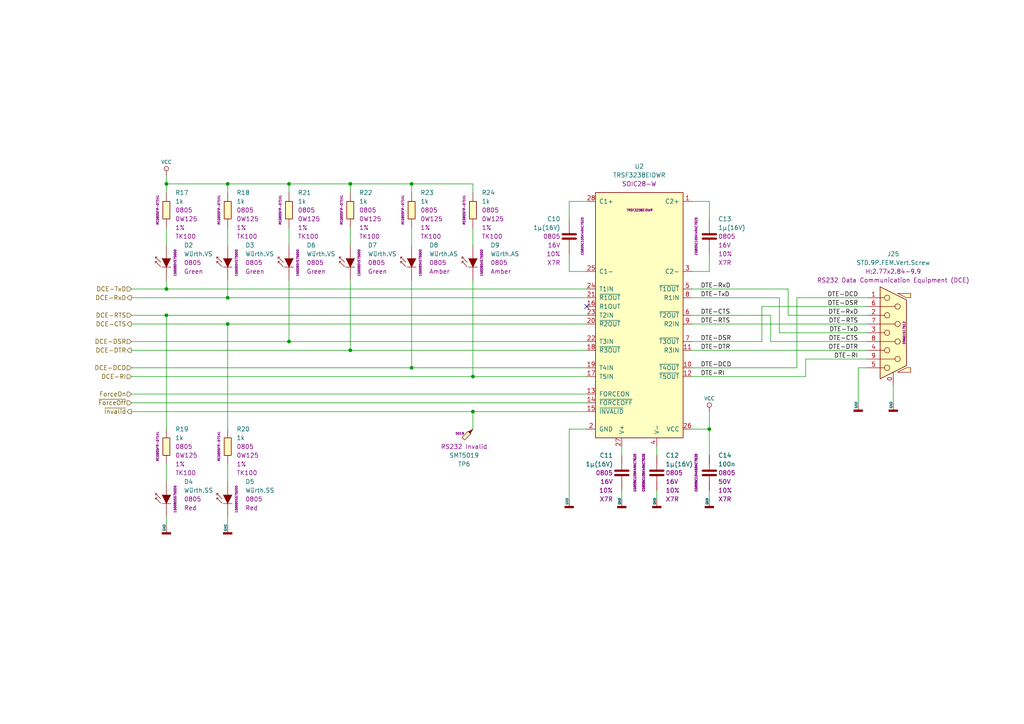
<source format=kicad_sch>
(kicad_sch (version 20230121) (generator eeschema)
  (paper "A4")
  (lib_symbols
    (symbol "C.Kemet.MLCC.0805.X7R:100n" (pin_numbers hide) (pin_names (offset 1.016) hide)
      (property "Reference" "C" (at 2.54 5.08 0))
      (property "Value" "100n" (at 2.54 2.54 0))
      (property "Package" "0805" (at 2.54 0 0))
      (property "Voltage" "50V" (at 2.54 -2.54 0))
      (property "Tolerance" "10%" (at 2.54 -5.08 0))
      (property "Dielectric" "X7R" (at 2.54 -7.62 0))
      (property "ID" "C0805C104K5RAC7025" (at -3.81 0 90))
      (symbol "100n_0_1"
        (polyline (pts (xy -1.905 -0.635) (xy 1.905 -0.635)) (stroke (width 0.635)))
        (polyline (pts (xy -1.905 0.635) (xy 1.905 0.635)) (stroke (width 0.635)))
        (polyline (pts (xy 0 -2.54) (xy 0 -0.635)) (stroke (width 0.1524)))
        (polyline (pts (xy 0 0.635) (xy 0 2.54)) (stroke (width 0.1524)))
      )
      (symbol "100n_1_1"
        (pin passive line (at 0 5.08 270) (length 2.54) (name "~") (number "1"))
        (pin passive line (at 0 -5.08 90) (length 2.54) (name "~") (number "2"))
      )
    )
    (symbol "C.Kemet.MLCC.0805.X7R:1µ(16V)" (pin_numbers hide) (pin_names (offset 1.016) hide)
      (property "Reference" "C" (at 2.54 5.08 0))
      (property "Value" "1µ(16V)" (at 2.54 2.54 0))
      (property "Package" "0805" (at 2.54 0 0))
      (property "Voltage" "16V" (at 2.54 -2.54 0))
      (property "Tolerance" "10%" (at 2.54 -5.08 0))
      (property "Dielectric" "X7R" (at 2.54 -7.62 0))
      (property "ID" "C0805C105K4RAC7025" (at -3.81 0 90))
      (symbol "1µ(16V)_0_1"
        (polyline (pts (xy -1.905 -0.635) (xy 1.905 -0.635)) (stroke (width 0.635)))
        (polyline (pts (xy -1.905 0.635) (xy 1.905 0.635)) (stroke (width 0.635)))
        (polyline (pts (xy 0 -2.54) (xy 0 -0.635)) (stroke (width 0.1524)))
        (polyline (pts (xy 0 0.635) (xy 0 2.54)) (stroke (width 0.1524)))
      )
      (symbol "1µ(16V)_1_1"
        (pin passive line (at 0 5.08 270) (length 2.54) (name "~") (number "1"))
        (pin passive line (at 0 -5.08 90) (length 2.54) (name "~") (number "2"))
      )
    )
    (symbol "D.LED:Würth.AS" (pin_numbers hide) (pin_names (offset 1.016) hide)
      (property "Reference" "D" (at 5.08 5.08 0))
      (property "Value" "Würth.AS" (at 5.08 2.54 0))
      (property "Package" "0805" (at 5.08 0 0))
      (property "Color" "Amber" (at 5.08 -2.54 0))
      (property "ID" "150080AS75000" (at 2.54 0 90))
      (symbol "Würth.AS_0_1"
        (polyline (pts (xy -3.175 1.651) (xy -3.175 1.143)))
        (polyline (pts (xy -1.27 -1.27) (xy 1.27 -1.27)) (stroke (width 0.1524)))
        (polyline (pts (xy 0 -2.54) (xy 0 -1.27)))
        (polyline (pts (xy 0 1.27) (xy 0 2.54)))
        (polyline (pts (xy -1.651 0.127) (xy -3.175 1.651) (xy -2.667 1.651)))
        (polyline (pts (xy -1.27 1.27) (xy 0 -1.27) (xy 1.27 1.27)) (fill (type outline)))
        (polyline (pts (xy -1.651 -1.143) (xy -3.175 0.381) (xy -2.667 0.381) (xy -3.175 0.381) (xy -3.175 -0.127)))
      )
      (symbol "Würth.AS_1_1"
        (pin passive line (at 0 -5.08 90) (length 2.54) (name "K") (number "1"))
        (pin passive line (at 0 5.08 270) (length 2.54) (name "A") (number "2"))
      )
    )
    (symbol "D.LED:Würth.SS" (pin_numbers hide) (pin_names (offset 1.016) hide)
      (property "Reference" "D" (at 5.08 5.08 0))
      (property "Value" "Würth.SS" (at 5.08 2.54 0))
      (property "Package" "0805" (at 5.08 0 0))
      (property "Color" "Red" (at 5.08 -2.54 0))
      (property "ID" "150080SS75000" (at 2.54 0 90))
      (symbol "Würth.SS_0_1"
        (polyline (pts (xy -3.175 1.651) (xy -3.175 1.143)))
        (polyline (pts (xy -1.27 -1.27) (xy 1.27 -1.27)) (stroke (width 0.1524)))
        (polyline (pts (xy 0 -2.54) (xy 0 -1.27)))
        (polyline (pts (xy 0 1.27) (xy 0 2.54)))
        (polyline (pts (xy -1.651 0.127) (xy -3.175 1.651) (xy -2.667 1.651)))
        (polyline (pts (xy -1.27 1.27) (xy 0 -1.27) (xy 1.27 1.27)) (fill (type outline)))
        (polyline (pts (xy -1.651 -1.143) (xy -3.175 0.381) (xy -2.667 0.381) (xy -3.175 0.381) (xy -3.175 -0.127)))
      )
      (symbol "Würth.SS_1_1"
        (pin passive line (at 0 -5.08 90) (length 2.54) (name "K") (number "1"))
        (pin passive line (at 0 5.08 270) (length 2.54) (name "A") (number "2"))
      )
    )
    (symbol "D.LED:Würth.VS" (pin_numbers hide) (pin_names (offset 1.016) hide)
      (property "Reference" "D" (at 5.08 5.08 0))
      (property "Value" "Würth.VS" (at 5.08 2.54 0))
      (property "Package" "0805" (at 5.08 0 0))
      (property "Color" "Green" (at 5.08 -2.54 0))
      (property "ID" "150080VS75000" (at 2.54 0 90))
      (symbol "Würth.VS_0_1"
        (polyline (pts (xy -3.175 1.651) (xy -3.175 1.143)))
        (polyline (pts (xy -1.27 -1.27) (xy 1.27 -1.27)) (stroke (width 0.1524)))
        (polyline (pts (xy 0 -2.54) (xy 0 -1.27)))
        (polyline (pts (xy 0 1.27) (xy 0 2.54)))
        (polyline (pts (xy -1.651 0.127) (xy -3.175 1.651) (xy -2.667 1.651)))
        (polyline (pts (xy -1.27 1.27) (xy 0 -1.27) (xy 1.27 1.27)) (fill (type outline)))
        (polyline (pts (xy -1.651 -1.143) (xy -3.175 0.381) (xy -2.667 0.381) (xy -3.175 0.381) (xy -3.175 -0.127)))
      )
      (symbol "Würth.VS_1_1"
        (pin passive line (at 0 -5.08 90) (length 2.54) (name "K") (number "1"))
        (pin passive line (at 0 5.08 270) (length 2.54) (name "A") (number "2"))
      )
    )
    (symbol "J.D-Sub.Harting:STD.9P.FEM.Vert.Screw" (pin_names (offset 1.016) hide)
      (property "Reference" "J" (at 5.08 5.08 0))
      (property "Value" "STD.9P.FEM.Vert.Screw" (at 5.08 2.54 0))
      (property "Package" "H:2.77x2.84-9.9" (at 5.08 0 0))
      (property "Usage" "Usage" (at 5.08 -2.54 0))
      (property "ID" "09661517512" (at 3.175 0 90))
      (symbol "STD.9P.FEM.Vert.Screw_0_1"
        (circle (center -1.778 -10.16) (radius 0.762))
        (circle (center -1.778 -5.08) (radius 0.762))
        (circle (center -1.778 0) (radius 0.762))
        (circle (center -1.778 5.08) (radius 0.762))
        (circle (center -1.778 10.16) (radius 0.762))
        (polyline (pts (xy -3.81 -10.16) (xy -2.54 -10.16)))
        (polyline (pts (xy -3.81 -7.62) (xy 0.508 -7.62)))
        (polyline (pts (xy -3.81 -5.08) (xy -2.54 -5.08)))
        (polyline (pts (xy -3.81 -2.54) (xy 0.508 -2.54)))
        (polyline (pts (xy -3.81 0) (xy -2.54 0)))
        (polyline (pts (xy -3.81 2.54) (xy 0.508 2.54)))
        (polyline (pts (xy -3.81 5.08) (xy -2.54 5.08)))
        (polyline (pts (xy -3.81 7.62) (xy 0.508 7.62)))
        (polyline (pts (xy -3.81 10.16) (xy -2.54 10.16)))
        (polyline (pts (xy -3.81 13.335) (xy -3.81 -13.335) (xy 3.81 -9.525) (xy 3.81 9.525) (xy -3.81 13.335)) (stroke (width 0.2032)) (fill (type background)))
        (polyline (pts (xy 1.27 -11.43) (xy 3.81 -10.16) (xy 5.08 -10.16) (xy 5.08 -11.43) (xy 1.27 -11.43)) (fill (type background)))
        (polyline (pts (xy 1.27 11.43) (xy 3.81 10.16) (xy 5.08 10.16) (xy 5.08 11.43) (xy 1.27 11.43)) (fill (type background)))
        (circle (center 1.27 -7.62) (radius 0.762))
        (circle (center 1.27 -2.54) (radius 0.762))
        (circle (center 1.27 2.54) (radius 0.762))
        (circle (center 1.27 7.62) (radius 0.762))
      )
      (symbol "STD.9P.FEM.Vert.Screw_1_1"
        (pin passive line (at 0 -15.24 90) (length 3.81) (name "PAD") (number "0"))
        (pin passive line (at -7.62 10.16 0) (length 3.81) (name "1") (number "1"))
        (pin passive line (at -7.62 5.08 0) (length 3.81) (name "2") (number "2"))
        (pin passive line (at -7.62 0 0) (length 3.81) (name "3") (number "3"))
        (pin passive line (at -7.62 -5.08 0) (length 3.81) (name "4") (number "4"))
        (pin passive line (at -7.62 -10.16 0) (length 3.81) (name "5") (number "5"))
        (pin passive line (at -7.62 7.62 0) (length 3.81) (name "6") (number "6"))
        (pin passive line (at -7.62 2.54 0) (length 3.81) (name "7") (number "7"))
        (pin passive line (at -7.62 -2.54 0) (length 3.81) (name "8") (number "8"))
        (pin passive line (at -7.62 -7.62 0) (length 3.81) (name "9") (number "9"))
      )
    )
    (symbol "R.Yageo.RC0805:1k" (pin_numbers hide) (pin_names (offset 1.016) hide)
      (property "Reference" "R" (at 2.54 5.08 0))
      (property "Value" "1k" (at 2.54 2.54 0))
      (property "Package" "0805" (at 2.54 0 0))
      (property "Power" "0W125" (at 2.54 -2.54 0))
      (property "Tolerance" "1%" (at 2.54 -5.08 0))
      (property "TK" "TK100" (at 2.54 -7.62 0))
      (property "ID" "RC0805FR-071KL" (at -2.54 0 90))
      (symbol "1k_0_1"
        (rectangle (start -1.016 2.54) (end 1.016 -2.54) (stroke (width 0.2032)) (fill (type background)))
      )
      (symbol "1k_1_1"
        (pin passive line (at 0 5.08 270) (length 2.54) (name "~") (number "1"))
        (pin passive line (at 0 -5.08 90) (length 2.54) (name "~") (number "2"))
      )
    )
    (symbol "Supply:GND" (power) (pin_numbers hide) (pin_names (offset 0) hide)
      (property "Value" "GND" (at -0.635 -0.635 90))
      (symbol "GND_0_1"
        (rectangle (start -1.27 -2.032) (end 1.27 -2.54) (stroke (width 0.1524)) (fill (type outline)))
        (polyline (pts (xy 0 0) (xy 0 -2.032)) (stroke (width 0.1524)))
      )
      (symbol "GND_1_1"
        (pin power_in line (at 0 0 270) (length 0) hide (name "GND") (number "1"))
      )
    )
    (symbol "Supply:VCC" (power) (pin_numbers hide) (pin_names (offset 0) hide)
      (property "Value" "VCC" (at 0 3.81 0))
      (symbol "VCC_0_1"
        (polyline (pts (xy 0 0) (xy 0 1.27)))
        (circle (center 0 1.905) (radius 0.635))
      )
      (symbol "VCC_1_1"
        (pin power_in line (at 0 0 90) (length 0) hide (name "VCC") (number "1"))
      )
    )
    (symbol "TP.Keystone:SMT5019" (pin_numbers hide) (pin_names (offset 0.762) hide)
      (property "Reference" "TP" (at 2.54 10.16 0))
      (property "Value" "SMT5019" (at 2.54 7.62 0))
      (property "Usage" "Usage" (at 2.54 5.08 0))
      (property "ID" "5019" (at 3.81 1.27 0))
      (symbol "SMT5019_0_1"
        (polyline (pts (xy 1.27 0.762) (xy 0 0) (xy 0.762 1.27) (xy 1.27 0.762)) (fill (type outline)))
        (polyline (pts (xy 1.397 0.635) (xy 0.635 1.397) (xy 2.413 3.175) (xy 3.175 2.413) (xy 1.397 0.635)) (fill (type background)))
      )
      (symbol "SMT5019_1_1"
        (pin passive line (at 0 0 90) (length 0) (name "1") (number "1"))
      )
    )
    (symbol "U.Transceiver:TRSF3238EIDWR" (pin_names (offset 1.016))
      (property "Reference" "U" (at 0 43.18 0))
      (property "Value" "TRSF3238EIDWR" (at 0 40.64 0))
      (property "Package" "SOIC28-W" (at 0 38.1 0))
      (property "ID" "TRSF3238EIDWR" (at 0 30.48 0))
      (symbol "TRSF3238EIDWR_0_1"
        (rectangle (start -12.7 35.56) (end 12.7 -35.56) (stroke (width 0.2032)) (fill (type background)))
      )
      (symbol "TRSF3238EIDWR_1_1"
        (pin passive line (at 15.24 33.02 180) (length 2.54) (name "C2+") (number "1"))
        (pin output line (at 15.24 -15.24 180) (length 2.54) (name "~{T4OUT}") (number "10"))
        (pin input line (at 15.24 -10.16 180) (length 2.54) (name "R3IN") (number "11"))
        (pin output line (at 15.24 -17.78 180) (length 2.54) (name "~{T5OUT}") (number "12"))
        (pin input line (at -15.24 -22.86 0) (length 2.54) (name "FORCEON") (number "13"))
        (pin input line (at -15.24 -25.4 0) (length 2.54) (name "~{FORCEOFF}") (number "14"))
        (pin output line (at -15.24 -27.94 0) (length 2.54) (name "~{INVALID}") (number "15"))
        (pin output line (at -15.24 2.54 0) (length 2.54) (name "R1OUT") (number "16"))
        (pin input line (at -15.24 -17.78 0) (length 2.54) (name "T5IN") (number "17"))
        (pin output line (at -15.24 -10.16 0) (length 2.54) (name "~{R3OUT}") (number "18"))
        (pin input line (at -15.24 -15.24 0) (length 2.54) (name "T4IN") (number "19"))
        (pin power_in line (at -15.24 -33.02 0) (length 2.54) (name "GND") (number "2"))
        (pin output line (at -15.24 -2.54 0) (length 2.54) (name "~{R2OUT}") (number "20"))
        (pin output line (at -15.24 5.08 0) (length 2.54) (name "~{R1OUT}") (number "21"))
        (pin input line (at -15.24 -7.62 0) (length 2.54) (name "T3IN") (number "22"))
        (pin input line (at -15.24 0 0) (length 2.54) (name "T2IN") (number "23"))
        (pin input line (at -15.24 7.62 0) (length 2.54) (name "T1IN") (number "24"))
        (pin passive line (at -15.24 12.7 0) (length 2.54) (name "C1-") (number "25"))
        (pin power_in line (at 15.24 -33.02 180) (length 2.54) (name "VCC") (number "26"))
        (pin passive line (at -5.08 -38.1 90) (length 2.54) (name "V+") (number "27"))
        (pin passive line (at -15.24 33.02 0) (length 2.54) (name "C1+") (number "28"))
        (pin passive line (at 15.24 12.7 180) (length 2.54) (name "C2-") (number "3"))
        (pin passive line (at 5.08 -38.1 90) (length 2.54) (name "V-") (number "4"))
        (pin output line (at 15.24 7.62 180) (length 2.54) (name "~{T1OUT}") (number "5"))
        (pin output line (at 15.24 0 180) (length 2.54) (name "~{T2OUT}") (number "6"))
        (pin output line (at 15.24 -7.62 180) (length 2.54) (name "~{T3OUT}") (number "7"))
        (pin input line (at 15.24 5.08 180) (length 2.54) (name "R1IN") (number "8"))
        (pin input line (at 15.24 -2.54 180) (length 2.54) (name "R2IN") (number "9"))
      )
    )
  )
  (junction (at 48.26 91.44))
  (junction (at 101.6 53.34))
  (junction (at 137.16 119.38))
  (junction (at 83.82 53.34))
  (junction (at 48.26 53.34))
  (junction (at 205.74 124.46))
  (junction (at 66.04 93.98))
  (junction (at 101.6 101.6))
  (junction (at 66.04 53.34))
  (junction (at 66.04 86.36))
  (junction (at 48.26 83.82))
  (junction (at 83.82 99.06))
  (junction (at 119.38 106.68))
  (junction (at 119.38 53.34))
  (junction (at 137.16 109.22))
  (no_connect (at 170.18 88.9))
  (wire (pts (xy 180.34 132.08) (xy 180.34 129.54)))
  (wire (pts (xy 231.14 86.36) (xy 251.46 86.36)))
  (wire (pts (xy 119.38 55.88) (xy 119.38 53.34)))
  (wire (pts (xy 205.74 144.78) (xy 205.74 142.24)))
  (wire (pts (xy 200.66 99.06) (xy 220.98 99.06)))
  (wire (pts (xy 205.74 73.66) (xy 205.74 78.74)))
  (wire (pts (xy 251.46 99.06) (xy 223.52 99.06)))
  (wire (pts (xy 200.66 124.46) (xy 205.74 124.46)))
  (wire (pts (xy 220.98 88.9) (xy 251.46 88.9)))
  (wire (pts (xy 259.08 116.84) (xy 259.08 111.76)))
  (wire (pts (xy 83.82 81.28) (xy 83.82 99.06)))
  (wire (pts (xy 119.38 71.12) (xy 119.38 66.04)))
  (wire (pts (xy 137.16 81.28) (xy 137.16 109.22)))
  (wire (pts (xy 48.26 91.44) (xy 170.18 91.44)))
  (wire (pts (xy 248.92 106.68) (xy 248.92 116.84)))
  (wire (pts (xy 48.26 83.82) (xy 170.18 83.82)))
  (wire (pts (xy 119.38 81.28) (xy 119.38 106.68)))
  (wire (pts (xy 38.1 99.06) (xy 83.82 99.06)))
  (wire (pts (xy 200.66 83.82) (xy 228.6 83.82)))
  (wire (pts (xy 165.1 63.5) (xy 165.1 58.42)))
  (wire (pts (xy 170.18 101.6) (xy 101.6 101.6)))
  (wire (pts (xy 231.14 106.68) (xy 231.14 86.36)))
  (wire (pts (xy 226.06 86.36) (xy 200.66 86.36)))
  (wire (pts (xy 66.04 86.36) (xy 170.18 86.36)))
  (wire (pts (xy 48.26 71.12) (xy 48.26 66.04)))
  (wire (pts (xy 205.74 132.08) (xy 205.74 124.46)))
  (wire (pts (xy 83.82 53.34) (xy 66.04 53.34)))
  (wire (pts (xy 38.1 93.98) (xy 66.04 93.98)))
  (wire (pts (xy 190.5 144.78) (xy 190.5 142.24)))
  (wire (pts (xy 38.1 91.44) (xy 48.26 91.44)))
  (wire (pts (xy 228.6 83.82) (xy 228.6 91.44)))
  (wire (pts (xy 165.1 58.42) (xy 170.18 58.42)))
  (wire (pts (xy 66.04 66.04) (xy 66.04 71.12)))
  (wire (pts (xy 101.6 53.34) (xy 83.82 53.34)))
  (wire (pts (xy 233.68 109.22) (xy 233.68 104.14)))
  (wire (pts (xy 83.82 55.88) (xy 83.82 53.34)))
  (wire (pts (xy 205.74 78.74) (xy 200.66 78.74)))
  (wire (pts (xy 48.26 152.4) (xy 48.26 149.86)))
  (wire (pts (xy 48.26 81.28) (xy 48.26 83.82)))
  (wire (pts (xy 66.04 81.28) (xy 66.04 86.36)))
  (wire (pts (xy 137.16 124.46) (xy 137.16 119.38)))
  (wire (pts (xy 48.26 124.46) (xy 48.26 91.44)))
  (wire (pts (xy 137.16 53.34) (xy 119.38 53.34)))
  (wire (pts (xy 119.38 53.34) (xy 101.6 53.34)))
  (wire (pts (xy 119.38 106.68) (xy 170.18 106.68)))
  (wire (pts (xy 165.1 144.78) (xy 165.1 124.46)))
  (wire (pts (xy 38.1 119.38) (xy 137.16 119.38)))
  (wire (pts (xy 38.1 106.68) (xy 119.38 106.68)))
  (wire (pts (xy 137.16 71.12) (xy 137.16 66.04)))
  (wire (pts (xy 180.34 144.78) (xy 180.34 142.24)))
  (wire (pts (xy 137.16 119.38) (xy 170.18 119.38)))
  (wire (pts (xy 38.1 116.84) (xy 170.18 116.84)))
  (wire (pts (xy 200.66 101.6) (xy 251.46 101.6)))
  (wire (pts (xy 228.6 91.44) (xy 251.46 91.44)))
  (wire (pts (xy 233.68 104.14) (xy 251.46 104.14)))
  (wire (pts (xy 226.06 96.52) (xy 251.46 96.52)))
  (wire (pts (xy 66.04 152.4) (xy 66.04 149.86)))
  (wire (pts (xy 38.1 109.22) (xy 137.16 109.22)))
  (wire (pts (xy 165.1 124.46) (xy 170.18 124.46)))
  (wire (pts (xy 48.26 139.7) (xy 48.26 134.62)))
  (wire (pts (xy 66.04 93.98) (xy 170.18 93.98)))
  (wire (pts (xy 83.82 99.06) (xy 170.18 99.06)))
  (wire (pts (xy 226.06 96.52) (xy 226.06 86.36)))
  (wire (pts (xy 66.04 55.88) (xy 66.04 53.34)))
  (wire (pts (xy 165.1 73.66) (xy 165.1 78.74)))
  (wire (pts (xy 137.16 109.22) (xy 170.18 109.22)))
  (wire (pts (xy 83.82 71.12) (xy 83.82 66.04)))
  (wire (pts (xy 66.04 124.46) (xy 66.04 93.98)))
  (wire (pts (xy 190.5 132.08) (xy 190.5 129.54)))
  (wire (pts (xy 48.26 53.34) (xy 48.26 50.8)))
  (wire (pts (xy 101.6 81.28) (xy 101.6 101.6)))
  (wire (pts (xy 251.46 106.68) (xy 248.92 106.68)))
  (wire (pts (xy 205.74 63.5) (xy 205.74 58.42)))
  (wire (pts (xy 251.46 93.98) (xy 200.66 93.98)))
  (wire (pts (xy 66.04 139.7) (xy 66.04 134.62)))
  (wire (pts (xy 38.1 114.3) (xy 170.18 114.3)))
  (wire (pts (xy 205.74 58.42) (xy 200.66 58.42)))
  (wire (pts (xy 200.66 106.68) (xy 231.14 106.68)))
  (wire (pts (xy 101.6 101.6) (xy 38.1 101.6)))
  (wire (pts (xy 101.6 55.88) (xy 101.6 53.34)))
  (wire (pts (xy 38.1 83.82) (xy 48.26 83.82)))
  (wire (pts (xy 66.04 53.34) (xy 48.26 53.34)))
  (wire (pts (xy 48.26 55.88) (xy 48.26 53.34)))
  (wire (pts (xy 38.1 86.36) (xy 66.04 86.36)))
  (wire (pts (xy 101.6 71.12) (xy 101.6 66.04)))
  (wire (pts (xy 200.66 109.22) (xy 233.68 109.22)))
  (wire (pts (xy 223.52 99.06) (xy 223.52 91.44)))
  (wire (pts (xy 220.98 99.06) (xy 220.98 88.9)))
  (wire (pts (xy 205.74 124.46) (xy 205.74 119.38)))
  (wire (pts (xy 223.52 91.44) (xy 200.66 91.44)))
  (wire (pts (xy 165.1 78.74) (xy 170.18 78.74)))
  (wire (pts (xy 137.16 55.88) (xy 137.16 53.34)))
  (label "DTE-RI" (at 203.2 109.22 0))
  (label "DTE-RTS" (at 248.92 93.98 180))
  (label "DTE-DCD" (at 203.2 106.68 0))
  (label "DTE-DTR" (at 203.2 101.6 0))
  (label "DTE-DSR" (at 203.2 99.06 0))
  (label "DTE-TxD" (at 248.92 96.52 180))
  (label "DTE-CTS" (at 203.2 91.44 0))
  (label "DTE-TxD" (at 203.2 86.36 0))
  (label "DTE-RI" (at 248.92 104.14 180))
  (label "DTE-DCD" (at 248.92 86.36 180))
  (label "DTE-RTS" (at 203.2 93.98 0))
  (label "DTE-DSR" (at 248.92 88.9 180))
  (label "DTE-RxD" (at 203.2 83.82 0))
  (label "DTE-RxD" (at 248.92 91.44 180))
  (label "DTE-DTR" (at 248.92 101.6 180))
  (label "DTE-CTS" (at 248.92 99.06 180))
  (hierarchical_label "DCE-DCD" (shape input) (at 38.1 106.68 180))
  (hierarchical_label "DCE-RxD" (shape output) (at 38.1 86.36 180))
  (hierarchical_label "DCE-TxD" (shape input) (at 38.1 83.82 180))
  (hierarchical_label "DCE-CTS" (shape output) (at 38.1 93.98 180))
  (hierarchical_label "DCE-DTR" (shape output) (at 38.1 101.6 180))
  (hierarchical_label "~{ForceOff}" (shape input) (at 38.1 116.84 180))
  (hierarchical_label "DCE-RI" (shape input) (at 38.1 109.22 180))
  (hierarchical_label "ForceOn" (shape input) (at 38.1 114.3 180))
  (hierarchical_label "DCE-DSR" (shape input) (at 38.1 99.06 180))
  (hierarchical_label "~{Invalid}" (shape output) (at 38.1 119.38 180))
  (hierarchical_label "DCE-RTS" (shape input) (at 38.1 91.44 180))
  (symbol (lib_id "C.Kemet.MLCC.0805.X7R:1µ(16V)") (at 180.34 137.16 0) (mirror y) (unit 1)
    (property "Reference" "C11" (at 177.8 132.08 0) (effects (justify left)))
    (property "Value" "1µ(16V)" (at 177.8 134.62 0) (effects (justify left)))
    (property "Footprint" "Capacitor_SMD:C_0805_2012Metric" (effects hide))
    (property "Datasheet" "C.Kemet.MLCC.0805.X7R.pdf" (effects hide))
    (property "Package" "0805" (at 177.8 137.16 0) (effects (justify left)))
    (property "Voltage" "16V" (at 177.8 139.7 0) (effects (justify left)))
    (property "Tolerance" "10%" (at 177.8 142.24 0) (effects (justify left)))
    (property "Dielectric" "X7R" (at 177.8 144.78 0) (effects (justify left)))
    (property "ID" "C0805C105K4RAC7025" (at 184.15 137.16 90) (effects (font (size 0.635 0.635) italic)))
  )
  (symbol (lib_id "R.Yageo.RC0805:1k") (at 48.26 60.96 0) (unit 1)
    (property "Reference" "R17" (at 50.8 55.88 0) (effects (justify left)))
    (property "Value" "1k" (at 50.8 58.42 0) (effects (justify left)))
    (property "Footprint" "Resistor_SMD:R_0805_2012Metric" (effects hide))
    (property "Datasheet" "R.Yaego.RC0805.pdf" (effects hide))
    (property "Package" "0805" (at 50.8 60.96 0) (effects (justify left)))
    (property "Power" "0W125" (at 50.8 63.5 0) (effects (justify left)))
    (property "Tolerance" "1%" (at 50.8 66.04 0) (effects (justify left)))
    (property "TK" "TK100" (at 50.8 68.58 0) (effects (justify left)))
    (property "ID" "RC0805FR-071KL" (at 45.72 60.96 90) (effects (font (size 0.635 0.635) italic)))
  )
  (symbol (lib_id "Supply:VCC") (at 205.74 119.38 0) (unit 1)
    (property "Reference" "#PWR048" (effects hide))
    (property "Value" "VCC" (at 205.74 115.57 0) (effects (font (size 1.016 1.016))))
  )
  (symbol (lib_id "Supply:GND") (at 66.04 152.4 0) (unit 1)
    (property "Reference" "#PWR054" (effects hide))
    (property "Value" "GND" (at 65.405 153.035 90) (effects (font (size 0.635 0.635))))
  )
  (symbol (lib_id "R.Yageo.RC0805:1k") (at 48.26 129.54 0) (unit 1)
    (property "Reference" "R19" (at 50.8 124.46 0) (effects (justify left)))
    (property "Value" "1k" (at 50.8 127 0) (effects (justify left)))
    (property "Footprint" "Resistor_SMD:R_0805_2012Metric" (effects hide))
    (property "Datasheet" "R.Yaego.RC0805.pdf" (effects hide))
    (property "Package" "0805" (at 50.8 129.54 0) (effects (justify left)))
    (property "Power" "0W125" (at 50.8 132.08 0) (effects (justify left)))
    (property "Tolerance" "1%" (at 50.8 134.62 0) (effects (justify left)))
    (property "TK" "TK100" (at 50.8 137.16 0) (effects (justify left)))
    (property "ID" "RC0805FR-071KL" (at 45.72 129.54 90) (effects (font (size 0.635 0.635) italic)))
  )
  (symbol (lib_id "R.Yageo.RC0805:1k") (at 119.38 60.96 0) (unit 1)
    (property "Reference" "R23" (at 121.92 55.88 0) (effects (justify left)))
    (property "Value" "1k" (at 121.92 58.42 0) (effects (justify left)))
    (property "Footprint" "Resistor_SMD:R_0805_2012Metric" (effects hide))
    (property "Datasheet" "R.Yaego.RC0805.pdf" (effects hide))
    (property "Package" "0805" (at 121.92 60.96 0) (effects (justify left)))
    (property "Power" "0W125" (at 121.92 63.5 0) (effects (justify left)))
    (property "Tolerance" "1%" (at 121.92 66.04 0) (effects (justify left)))
    (property "TK" "TK100" (at 121.92 68.58 0) (effects (justify left)))
    (property "ID" "RC0805FR-071KL" (at 116.84 60.96 90) (effects (font (size 0.635 0.635) italic)))
  )
  (symbol (lib_id "U.Transceiver:TRSF3238EIDWR") (at 185.42 91.44 0) (unit 1)
    (property "Reference" "U2" (at 185.42 48.26 0))
    (property "Value" "TRSF3238EIDWR" (at 185.42 50.8 0))
    (property "Footprint" "Package_SO:SOIC-28W_7.5x18.7mm_P1.27mm" (effects hide))
    (property "Datasheet" "https://www.ti.com/lit/ds/symlink/trsf3238e.pdf?HQS=dis-dk-null-digikeymode-dsf-pf-null-wwe&ts=1646487683417" (effects hide))
    (property "Package" "SOIC28-W" (at 185.42 53.34 0))
    (property "ID" "TRSF3238EIDWR" (at 185.42 60.96 0) (effects (font (size 0.635 0.635) italic)))
  )
  (symbol (lib_id "R.Yageo.RC0805:1k") (at 66.04 60.96 0) (unit 1)
    (property "Reference" "R18" (at 68.58 55.88 0) (effects (justify left)))
    (property "Value" "1k" (at 68.58 58.42 0) (effects (justify left)))
    (property "Footprint" "Resistor_SMD:R_0805_2012Metric" (effects hide))
    (property "Datasheet" "R.Yaego.RC0805.pdf" (effects hide))
    (property "Package" "0805" (at 68.58 60.96 0) (effects (justify left)))
    (property "Power" "0W125" (at 68.58 63.5 0) (effects (justify left)))
    (property "Tolerance" "1%" (at 68.58 66.04 0) (effects (justify left)))
    (property "TK" "TK100" (at 68.58 68.58 0) (effects (justify left)))
    (property "ID" "RC0805FR-071KL" (at 63.5 60.96 90) (effects (font (size 0.635 0.635) italic)))
  )
  (symbol (lib_id "Supply:GND") (at 180.34 144.78 0) (unit 1)
    (property "Reference" "#PWR046" (effects hide))
    (property "Value" "GND" (at 179.705 145.415 90) (effects (font (size 0.635 0.635))))
  )
  (symbol (lib_id "D.LED:Würth.VS") (at 66.04 76.2 0) (unit 1)
    (property "Reference" "D3" (at 71.12 71.12 0) (effects (justify left)))
    (property "Value" "Würth.VS" (at 71.12 73.66 0) (effects (justify left)))
    (property "Footprint" "LED_SMD:LED_0805_2012Metric" (effects hide))
    (property "Datasheet" "https://www.we-online.com/katalog/datasheet/150080VS75000.pdf" (effects hide))
    (property "Package" "0805" (at 71.12 76.2 0) (effects (justify left)))
    (property "Color" "Green" (at 71.12 78.74 0) (effects (justify left)))
    (property "ID" "150080VS75000" (at 68.58 76.2 90) (effects (font (size 0.635 0.635))))
  )
  (symbol (lib_id "D.LED:Würth.AS") (at 119.38 76.2 0) (unit 1)
    (property "Reference" "D8" (at 124.46 71.12 0) (effects (justify left)))
    (property "Value" "Würth.AS" (at 124.46 73.66 0) (effects (justify left)))
    (property "Footprint" "LED_SMD:LED_0805_2012Metric" (effects hide))
    (property "Datasheet" "https://www.we-online.com/katalog/datasheet/150080AS75000_valid_from_2022-05-20.pdf" (effects hide))
    (property "Package" "0805" (at 124.46 76.2 0) (effects (justify left)))
    (property "Color" "Amber" (at 124.46 78.74 0) (effects (justify left)))
    (property "ID" "150080AS75000" (at 121.92 76.2 90) (effects (font (size 0.635 0.635))))
  )
  (symbol (lib_id "D.LED:Würth.SS") (at 66.04 144.78 0) (unit 1)
    (property "Reference" "D5" (at 71.12 139.7 0) (effects (justify left)))
    (property "Value" "Würth.SS" (at 71.12 142.24 0) (effects (justify left)))
    (property "Footprint" "LED_SMD:LED_0805_2012Metric" (effects hide))
    (property "Datasheet" "https://www.we-online.com/katalog/datasheet/150080SS75000.pdf" (effects hide))
    (property "Package" "0805" (at 71.12 144.78 0) (effects (justify left)))
    (property "Color" "Red" (at 71.12 147.32 0) (effects (justify left)))
    (property "ID" "150080SS75000" (at 68.58 144.78 90) (effects (font (size 0.635 0.635))))
  )
  (symbol (lib_id "D.LED:Würth.AS") (at 137.16 76.2 0) (unit 1)
    (property "Reference" "D9" (at 142.24 71.12 0) (effects (justify left)))
    (property "Value" "Würth.AS" (at 142.24 73.66 0) (effects (justify left)))
    (property "Footprint" "LED_SMD:LED_0805_2012Metric" (effects hide))
    (property "Datasheet" "https://www.we-online.com/katalog/datasheet/150080AS75000_valid_from_2022-05-20.pdf" (effects hide))
    (property "Package" "0805" (at 142.24 76.2 0) (effects (justify left)))
    (property "Color" "Amber" (at 142.24 78.74 0) (effects (justify left)))
    (property "ID" "150080AS75000" (at 139.7 76.2 90) (effects (font (size 0.635 0.635))))
  )
  (symbol (lib_id "D.LED:Würth.SS") (at 48.26 144.78 0) (unit 1)
    (property "Reference" "D4" (at 53.34 139.7 0) (effects (justify left)))
    (property "Value" "Würth.SS" (at 53.34 142.24 0) (effects (justify left)))
    (property "Footprint" "LED_SMD:LED_0805_2012Metric" (effects hide))
    (property "Datasheet" "https://www.we-online.com/katalog/datasheet/150080SS75000.pdf" (effects hide))
    (property "Package" "0805" (at 53.34 144.78 0) (effects (justify left)))
    (property "Color" "Red" (at 53.34 147.32 0) (effects (justify left)))
    (property "ID" "150080SS75000" (at 50.8 144.78 90) (effects (font (size 0.635 0.635))))
  )
  (symbol (lib_id "Supply:VCC") (at 48.26 50.8 0) (unit 1)
    (property "Reference" "#PWR052" (effects hide))
    (property "Value" "VCC" (at 48.26 46.99 0) (effects (font (size 1.016 1.016))))
  )
  (symbol (lib_id "Supply:GND") (at 165.1 144.78 0) (unit 1)
    (property "Reference" "#PWR045" (effects hide))
    (property "Value" "GND" (at 164.465 145.415 90) (effects (font (size 0.635 0.635))))
  )
  (symbol (lib_id "Supply:GND") (at 248.92 116.84 0) (unit 1)
    (property "Reference" "#PWR050" (effects hide))
    (property "Value" "GND" (at 248.285 117.475 90) (effects (font (size 0.635 0.635))))
  )
  (symbol (lib_id "R.Yageo.RC0805:1k") (at 137.16 60.96 0) (unit 1)
    (property "Reference" "R24" (at 139.7 55.88 0) (effects (justify left)))
    (property "Value" "1k" (at 139.7 58.42 0) (effects (justify left)))
    (property "Footprint" "Resistor_SMD:R_0805_2012Metric" (effects hide))
    (property "Datasheet" "R.Yaego.RC0805.pdf" (effects hide))
    (property "Package" "0805" (at 139.7 60.96 0) (effects (justify left)))
    (property "Power" "0W125" (at 139.7 63.5 0) (effects (justify left)))
    (property "Tolerance" "1%" (at 139.7 66.04 0) (effects (justify left)))
    (property "TK" "TK100" (at 139.7 68.58 0) (effects (justify left)))
    (property "ID" "RC0805FR-071KL" (at 134.62 60.96 90) (effects (font (size 0.635 0.635) italic)))
  )
  (symbol (lib_id "D.LED:Würth.VS") (at 48.26 76.2 0) (unit 1)
    (property "Reference" "D2" (at 53.34 71.12 0) (effects (justify left)))
    (property "Value" "Würth.VS" (at 53.34 73.66 0) (effects (justify left)))
    (property "Footprint" "LED_SMD:LED_0805_2012Metric" (effects hide))
    (property "Datasheet" "https://www.we-online.com/katalog/datasheet/150080VS75000.pdf" (effects hide))
    (property "Package" "0805" (at 53.34 76.2 0) (effects (justify left)))
    (property "Color" "Green" (at 53.34 78.74 0) (effects (justify left)))
    (property "ID" "150080VS75000" (at 50.8 76.2 90) (effects (font (size 0.635 0.635))))
  )
  (symbol (lib_id "R.Yageo.RC0805:1k") (at 101.6 60.96 0) (unit 1)
    (property "Reference" "R22" (at 104.14 55.88 0) (effects (justify left)))
    (property "Value" "1k" (at 104.14 58.42 0) (effects (justify left)))
    (property "Footprint" "Resistor_SMD:R_0805_2012Metric" (effects hide))
    (property "Datasheet" "R.Yaego.RC0805.pdf" (effects hide))
    (property "Package" "0805" (at 104.14 60.96 0) (effects (justify left)))
    (property "Power" "0W125" (at 104.14 63.5 0) (effects (justify left)))
    (property "Tolerance" "1%" (at 104.14 66.04 0) (effects (justify left)))
    (property "TK" "TK100" (at 104.14 68.58 0) (effects (justify left)))
    (property "ID" "RC0805FR-071KL" (at 99.06 60.96 90) (effects (font (size 0.635 0.635) italic)))
  )
  (symbol (lib_id "D.LED:Würth.VS") (at 83.82 76.2 0) (unit 1)
    (property "Reference" "D6" (at 88.9 71.12 0) (effects (justify left)))
    (property "Value" "Würth.VS" (at 88.9 73.66 0) (effects (justify left)))
    (property "Footprint" "LED_SMD:LED_0805_2012Metric" (effects hide))
    (property "Datasheet" "https://www.we-online.com/katalog/datasheet/150080VS75000.pdf" (effects hide))
    (property "Package" "0805" (at 88.9 76.2 0) (effects (justify left)))
    (property "Color" "Green" (at 88.9 78.74 0) (effects (justify left)))
    (property "ID" "150080VS75000" (at 86.36 76.2 90) (effects (font (size 0.635 0.635))))
  )
  (symbol (lib_id "C.Kemet.MLCC.0805.X7R:100n") (at 205.74 137.16 0) (unit 1)
    (property "Reference" "C14" (at 208.28 132.08 0) (effects (justify left)))
    (property "Value" "100n" (at 208.28 134.62 0) (effects (justify left)))
    (property "Footprint" "Capacitor_SMD:C_0805_2012Metric" (effects hide))
    (property "Datasheet" "C.Kemet.MLCC.0805.X7R.pdf" (effects hide))
    (property "Package" "0805" (at 208.28 137.16 0) (effects (justify left)))
    (property "Voltage" "50V" (at 208.28 139.7 0) (effects (justify left)))
    (property "Tolerance" "10%" (at 208.28 142.24 0) (effects (justify left)))
    (property "Dielectric" "X7R" (at 208.28 144.78 0) (effects (justify left)))
    (property "ID" "C0805C104K5RAC7025" (at 201.93 137.16 90) (effects (font (size 0.635 0.635) italic)))
  )
  (symbol (lib_id "Supply:GND") (at 205.74 144.78 0) (unit 1)
    (property "Reference" "#PWR049" (effects hide))
    (property "Value" "GND" (at 205.105 145.415 90) (effects (font (size 0.635 0.635))))
  )
  (symbol (lib_id "C.Kemet.MLCC.0805.X7R:1µ(16V)") (at 190.5 137.16 0) (unit 1)
    (property "Reference" "C12" (at 193.04 132.08 0) (effects (justify left)))
    (property "Value" "1µ(16V)" (at 193.04 134.62 0) (effects (justify left)))
    (property "Footprint" "Capacitor_SMD:C_0805_2012Metric" (effects hide))
    (property "Datasheet" "C.Kemet.MLCC.0805.X7R.pdf" (effects hide))
    (property "Package" "0805" (at 193.04 137.16 0) (effects (justify left)))
    (property "Voltage" "16V" (at 193.04 139.7 0) (effects (justify left)))
    (property "Tolerance" "10%" (at 193.04 142.24 0) (effects (justify left)))
    (property "Dielectric" "X7R" (at 193.04 144.78 0) (effects (justify left)))
    (property "ID" "C0805C105K4RAC7025" (at 186.69 137.16 90) (effects (font (size 0.635 0.635) italic)))
  )
  (symbol (lib_id "Supply:GND") (at 259.08 116.84 0) (unit 1)
    (property "Reference" "#PWR051" (effects hide))
    (property "Value" "GND" (at 258.445 117.475 90) (effects (font (size 0.635 0.635))))
  )
  (symbol (lib_id "C.Kemet.MLCC.0805.X7R:1µ(16V)") (at 205.74 68.58 0) (unit 1)
    (property "Reference" "C13" (at 208.28 63.5 0) (effects (justify left)))
    (property "Value" "1µ(16V)" (at 208.28 66.04 0) (effects (justify left)))
    (property "Footprint" "Capacitor_SMD:C_0805_2012Metric" (effects hide))
    (property "Datasheet" "C.Kemet.MLCC.0805.X7R.pdf" (effects hide))
    (property "Package" "0805" (at 208.28 68.58 0) (effects (justify left)))
    (property "Voltage" "16V" (at 208.28 71.12 0) (effects (justify left)))
    (property "Tolerance" "10%" (at 208.28 73.66 0) (effects (justify left)))
    (property "Dielectric" "X7R" (at 208.28 76.2 0) (effects (justify left)))
    (property "ID" "C0805C105K4RAC7025" (at 201.93 68.58 90) (effects (font (size 0.635 0.635) italic)))
  )
  (symbol (lib_id "R.Yageo.RC0805:1k") (at 66.04 129.54 0) (unit 1)
    (property "Reference" "R20" (at 68.58 124.46 0) (effects (justify left)))
    (property "Value" "1k" (at 68.58 127 0) (effects (justify left)))
    (property "Footprint" "Resistor_SMD:R_0805_2012Metric" (effects hide))
    (property "Datasheet" "R.Yaego.RC0805.pdf" (effects hide))
    (property "Package" "0805" (at 68.58 129.54 0) (effects (justify left)))
    (property "Power" "0W125" (at 68.58 132.08 0) (effects (justify left)))
    (property "Tolerance" "1%" (at 68.58 134.62 0) (effects (justify left)))
    (property "TK" "TK100" (at 68.58 137.16 0) (effects (justify left)))
    (property "ID" "RC0805FR-071KL" (at 63.5 129.54 90) (effects (font (size 0.635 0.635) italic)))
  )
  (symbol (lib_id "R.Yageo.RC0805:1k") (at 83.82 60.96 0) (unit 1)
    (property "Reference" "R21" (at 86.36 55.88 0) (effects (justify left)))
    (property "Value" "1k" (at 86.36 58.42 0) (effects (justify left)))
    (property "Footprint" "Resistor_SMD:R_0805_2012Metric" (effects hide))
    (property "Datasheet" "R.Yaego.RC0805.pdf" (effects hide))
    (property "Package" "0805" (at 86.36 60.96 0) (effects (justify left)))
    (property "Power" "0W125" (at 86.36 63.5 0) (effects (justify left)))
    (property "Tolerance" "1%" (at 86.36 66.04 0) (effects (justify left)))
    (property "TK" "TK100" (at 86.36 68.58 0) (effects (justify left)))
    (property "ID" "RC0805FR-071KL" (at 81.28 60.96 90) (effects (font (size 0.635 0.635) italic)))
  )
  (symbol (lib_id "C.Kemet.MLCC.0805.X7R:1µ(16V)") (at 165.1 68.58 0) (mirror y) (unit 1)
    (property "Reference" "C10" (at 162.56 63.5 0) (effects (justify left)))
    (property "Value" "1µ(16V)" (at 162.56 66.04 0) (effects (justify left)))
    (property "Footprint" "Capacitor_SMD:C_0805_2012Metric" (effects hide))
    (property "Datasheet" "C.Kemet.MLCC.0805.X7R.pdf" (effects hide))
    (property "Package" "0805" (at 162.56 68.58 0) (effects (justify left)))
    (property "Voltage" "16V" (at 162.56 71.12 0) (effects (justify left)))
    (property "Tolerance" "10%" (at 162.56 73.66 0) (effects (justify left)))
    (property "Dielectric" "X7R" (at 162.56 76.2 0) (effects (justify left)))
    (property "ID" "C0805C105K4RAC7025" (at 168.91 68.58 90) (effects (font (size 0.635 0.635) italic)))
  )
  (symbol (lib_id "J.D-Sub.Harting:STD.9P.FEM.Vert.Screw") (at 259.08 96.52 0) (unit 1)
    (property "Reference" "J25" (at 259.08 73.66 0))
    (property "Value" "STD.9P.FEM.Vert.Screw" (at 259.08 76.2 0))
    (property "Footprint" "BTech.Connector.DSub:DSUB-9_Female_Vertical_Harting0966151X51X" (effects hide))
    (property "Datasheet" "https://b2b.harting.com/files/download/PRD/PDF_TS/0966151X51X_100592257DRW000A.pdf" (effects hide))
    (property "Package" "H:2.77x2.84-9.9" (at 259.08 78.74 0))
    (property "Usage" "RS232 Data Communication Equipment (DCE)" (at 259.08 81.28 0))
    (property "ID" "09661517512" (at 262.255 96.52 90) (effects (font (size 0.635 0.635))))
  )
  (symbol (lib_id "Supply:GND") (at 48.26 152.4 0) (unit 1)
    (property "Reference" "#PWR053" (effects hide))
    (property "Value" "GND" (at 47.625 153.035 90) (effects (font (size 0.635 0.635))))
  )
  (symbol (lib_id "Supply:GND") (at 190.5 144.78 0) (unit 1)
    (property "Reference" "#PWR047" (effects hide))
    (property "Value" "GND" (at 189.865 145.415 90) (effects (font (size 0.635 0.635))))
  )
  (symbol (lib_id "D.LED:Würth.VS") (at 101.6 76.2 0) (unit 1)
    (property "Reference" "D7" (at 106.68 71.12 0) (effects (justify left)))
    (property "Value" "Würth.VS" (at 106.68 73.66 0) (effects (justify left)))
    (property "Footprint" "LED_SMD:LED_0805_2012Metric" (effects hide))
    (property "Datasheet" "https://www.we-online.com/katalog/datasheet/150080VS75000.pdf" (effects hide))
    (property "Package" "0805" (at 106.68 76.2 0) (effects (justify left)))
    (property "Color" "Green" (at 106.68 78.74 0) (effects (justify left)))
    (property "ID" "150080VS75000" (at 104.14 76.2 90) (effects (font (size 0.635 0.635))))
  )
  (symbol (lib_id "TP.Keystone:SMT5019") (at 137.16 124.46 180) (unit 1)
    (property "Reference" "TP6" (at 134.62 134.62 0))
    (property "Value" "SMT5019" (at 134.62 132.08 0))
    (property "Footprint" "TestPoint:TestPoint_Keystone_5019_Minature" (effects hide))
    (property "Datasheet" "https://www.keyelco.com/userAssets/file/M65p55.pdf" (effects hide))
    (property "Usage" "RS232 Invalid" (at 134.62 129.54 0))
    (property "ID" "5019" (at 133.35 125.73 0) (effects (font (size 0.635 0.635))))
  )
)
</source>
